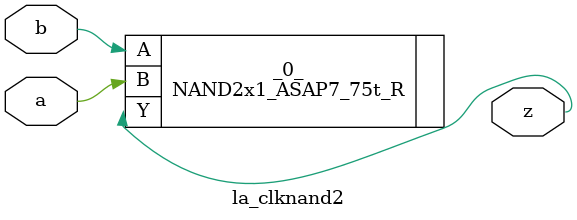
<source format=v>
/* Generated by Yosys 0.37 (git sha1 a5c7f69ed, clang 14.0.0-1ubuntu1.1 -fPIC -Os) */

module la_clknand2(a, b, z);
  input a;
  wire a;
  input b;
  wire b;
  output z;
  wire z;
  NAND2x1_ASAP7_75t_R _0_ (
    .A(b),
    .B(a),
    .Y(z)
  );
endmodule

</source>
